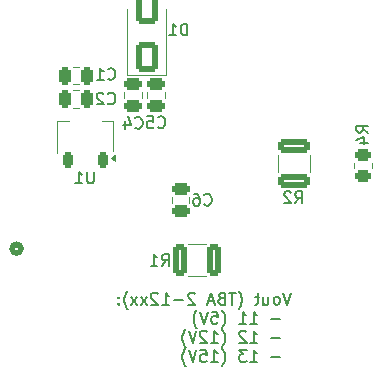
<source format=gbo>
G04 #@! TF.GenerationSoftware,KiCad,Pcbnew,8.0.7*
G04 #@! TF.CreationDate,2025-01-24T14:26:26+01:00*
G04 #@! TF.ProjectId,STM32F4_GateSignalGenerator_GateDriver,53544d33-3246-4345-9f47-617465536967,rev?*
G04 #@! TF.SameCoordinates,Original*
G04 #@! TF.FileFunction,Legend,Bot*
G04 #@! TF.FilePolarity,Positive*
%FSLAX46Y46*%
G04 Gerber Fmt 4.6, Leading zero omitted, Abs format (unit mm)*
G04 Created by KiCad (PCBNEW 8.0.7) date 2025-01-24 14:26:26*
%MOMM*%
%LPD*%
G01*
G04 APERTURE LIST*
G04 Aperture macros list*
%AMRoundRect*
0 Rectangle with rounded corners*
0 $1 Rounding radius*
0 $2 $3 $4 $5 $6 $7 $8 $9 X,Y pos of 4 corners*
0 Add a 4 corners polygon primitive as box body*
4,1,4,$2,$3,$4,$5,$6,$7,$8,$9,$2,$3,0*
0 Add four circle primitives for the rounded corners*
1,1,$1+$1,$2,$3*
1,1,$1+$1,$4,$5*
1,1,$1+$1,$6,$7*
1,1,$1+$1,$8,$9*
0 Add four rect primitives between the rounded corners*
20,1,$1+$1,$2,$3,$4,$5,0*
20,1,$1+$1,$4,$5,$6,$7,0*
20,1,$1+$1,$6,$7,$8,$9,0*
20,1,$1+$1,$8,$9,$2,$3,0*%
%AMFreePoly0*
4,1,9,3.862500,-0.866500,0.737500,-0.866500,0.737500,-0.450000,-0.737500,-0.450000,-0.737500,0.450000,0.737500,0.450000,0.737500,0.866500,3.862500,0.866500,3.862500,-0.866500,3.862500,-0.866500,$1*%
G04 Aperture macros list end*
%ADD10C,0.150000*%
%ADD11C,0.200000*%
%ADD12C,0.508000*%
%ADD13C,0.120000*%
%ADD14C,3.200000*%
%ADD15C,1.989000*%
%ADD16R,1.500000X1.500000*%
%ADD17C,1.500000*%
%ADD18C,1.524000*%
%ADD19R,2.100000X2.100000*%
%ADD20C,2.100000*%
%ADD21RoundRect,0.250000X1.075000X-0.312500X1.075000X0.312500X-1.075000X0.312500X-1.075000X-0.312500X0*%
%ADD22RoundRect,0.250000X-0.475000X0.250000X-0.475000X-0.250000X0.475000X-0.250000X0.475000X0.250000X0*%
%ADD23RoundRect,0.250000X-0.450000X0.262500X-0.450000X-0.262500X0.450000X-0.262500X0.450000X0.262500X0*%
%ADD24RoundRect,0.250000X0.475000X-0.250000X0.475000X0.250000X-0.475000X0.250000X-0.475000X-0.250000X0*%
%ADD25RoundRect,0.250000X0.650000X-1.000000X0.650000X1.000000X-0.650000X1.000000X-0.650000X-1.000000X0*%
%ADD26RoundRect,0.250000X-0.250000X-0.475000X0.250000X-0.475000X0.250000X0.475000X-0.250000X0.475000X0*%
%ADD27RoundRect,0.250000X0.312500X1.075000X-0.312500X1.075000X-0.312500X-1.075000X0.312500X-1.075000X0*%
%ADD28RoundRect,0.225000X0.225000X-0.425000X0.225000X0.425000X-0.225000X0.425000X-0.225000X-0.425000X0*%
%ADD29FreePoly0,90.000000*%
G04 APERTURE END LIST*
D10*
X144006077Y-120739987D02*
X143672744Y-121739987D01*
X143672744Y-121739987D02*
X143339411Y-120739987D01*
X142863220Y-121739987D02*
X142958458Y-121692368D01*
X142958458Y-121692368D02*
X143006077Y-121644748D01*
X143006077Y-121644748D02*
X143053696Y-121549510D01*
X143053696Y-121549510D02*
X143053696Y-121263796D01*
X143053696Y-121263796D02*
X143006077Y-121168558D01*
X143006077Y-121168558D02*
X142958458Y-121120939D01*
X142958458Y-121120939D02*
X142863220Y-121073320D01*
X142863220Y-121073320D02*
X142720363Y-121073320D01*
X142720363Y-121073320D02*
X142625125Y-121120939D01*
X142625125Y-121120939D02*
X142577506Y-121168558D01*
X142577506Y-121168558D02*
X142529887Y-121263796D01*
X142529887Y-121263796D02*
X142529887Y-121549510D01*
X142529887Y-121549510D02*
X142577506Y-121644748D01*
X142577506Y-121644748D02*
X142625125Y-121692368D01*
X142625125Y-121692368D02*
X142720363Y-121739987D01*
X142720363Y-121739987D02*
X142863220Y-121739987D01*
X141672744Y-121073320D02*
X141672744Y-121739987D01*
X142101315Y-121073320D02*
X142101315Y-121597129D01*
X142101315Y-121597129D02*
X142053696Y-121692368D01*
X142053696Y-121692368D02*
X141958458Y-121739987D01*
X141958458Y-121739987D02*
X141815601Y-121739987D01*
X141815601Y-121739987D02*
X141720363Y-121692368D01*
X141720363Y-121692368D02*
X141672744Y-121644748D01*
X141339410Y-121073320D02*
X140958458Y-121073320D01*
X141196553Y-120739987D02*
X141196553Y-121597129D01*
X141196553Y-121597129D02*
X141148934Y-121692368D01*
X141148934Y-121692368D02*
X141053696Y-121739987D01*
X141053696Y-121739987D02*
X140958458Y-121739987D01*
X139577505Y-122120939D02*
X139625124Y-122073320D01*
X139625124Y-122073320D02*
X139720362Y-121930463D01*
X139720362Y-121930463D02*
X139767981Y-121835225D01*
X139767981Y-121835225D02*
X139815600Y-121692368D01*
X139815600Y-121692368D02*
X139863219Y-121454272D01*
X139863219Y-121454272D02*
X139863219Y-121263796D01*
X139863219Y-121263796D02*
X139815600Y-121025701D01*
X139815600Y-121025701D02*
X139767981Y-120882844D01*
X139767981Y-120882844D02*
X139720362Y-120787606D01*
X139720362Y-120787606D02*
X139625124Y-120644748D01*
X139625124Y-120644748D02*
X139577505Y-120597129D01*
X139339409Y-120739987D02*
X138767981Y-120739987D01*
X139053695Y-121739987D02*
X139053695Y-120739987D01*
X138101314Y-121216177D02*
X137958457Y-121263796D01*
X137958457Y-121263796D02*
X137910838Y-121311415D01*
X137910838Y-121311415D02*
X137863219Y-121406653D01*
X137863219Y-121406653D02*
X137863219Y-121549510D01*
X137863219Y-121549510D02*
X137910838Y-121644748D01*
X137910838Y-121644748D02*
X137958457Y-121692368D01*
X137958457Y-121692368D02*
X138053695Y-121739987D01*
X138053695Y-121739987D02*
X138434647Y-121739987D01*
X138434647Y-121739987D02*
X138434647Y-120739987D01*
X138434647Y-120739987D02*
X138101314Y-120739987D01*
X138101314Y-120739987D02*
X138006076Y-120787606D01*
X138006076Y-120787606D02*
X137958457Y-120835225D01*
X137958457Y-120835225D02*
X137910838Y-120930463D01*
X137910838Y-120930463D02*
X137910838Y-121025701D01*
X137910838Y-121025701D02*
X137958457Y-121120939D01*
X137958457Y-121120939D02*
X138006076Y-121168558D01*
X138006076Y-121168558D02*
X138101314Y-121216177D01*
X138101314Y-121216177D02*
X138434647Y-121216177D01*
X137482266Y-121454272D02*
X137006076Y-121454272D01*
X137577504Y-121739987D02*
X137244171Y-120739987D01*
X137244171Y-120739987D02*
X136910838Y-121739987D01*
X135863218Y-120835225D02*
X135815599Y-120787606D01*
X135815599Y-120787606D02*
X135720361Y-120739987D01*
X135720361Y-120739987D02*
X135482266Y-120739987D01*
X135482266Y-120739987D02*
X135387028Y-120787606D01*
X135387028Y-120787606D02*
X135339409Y-120835225D01*
X135339409Y-120835225D02*
X135291790Y-120930463D01*
X135291790Y-120930463D02*
X135291790Y-121025701D01*
X135291790Y-121025701D02*
X135339409Y-121168558D01*
X135339409Y-121168558D02*
X135910837Y-121739987D01*
X135910837Y-121739987D02*
X135291790Y-121739987D01*
X134863218Y-121359034D02*
X134101314Y-121359034D01*
X133101314Y-121739987D02*
X133672742Y-121739987D01*
X133387028Y-121739987D02*
X133387028Y-120739987D01*
X133387028Y-120739987D02*
X133482266Y-120882844D01*
X133482266Y-120882844D02*
X133577504Y-120978082D01*
X133577504Y-120978082D02*
X133672742Y-121025701D01*
X132720361Y-120835225D02*
X132672742Y-120787606D01*
X132672742Y-120787606D02*
X132577504Y-120739987D01*
X132577504Y-120739987D02*
X132339409Y-120739987D01*
X132339409Y-120739987D02*
X132244171Y-120787606D01*
X132244171Y-120787606D02*
X132196552Y-120835225D01*
X132196552Y-120835225D02*
X132148933Y-120930463D01*
X132148933Y-120930463D02*
X132148933Y-121025701D01*
X132148933Y-121025701D02*
X132196552Y-121168558D01*
X132196552Y-121168558D02*
X132767980Y-121739987D01*
X132767980Y-121739987D02*
X132148933Y-121739987D01*
X131815599Y-121739987D02*
X131291790Y-121073320D01*
X131815599Y-121073320D02*
X131291790Y-121739987D01*
X131006075Y-121739987D02*
X130482266Y-121073320D01*
X131006075Y-121073320D02*
X130482266Y-121739987D01*
X130196551Y-122120939D02*
X130148932Y-122073320D01*
X130148932Y-122073320D02*
X130053694Y-121930463D01*
X130053694Y-121930463D02*
X130006075Y-121835225D01*
X130006075Y-121835225D02*
X129958456Y-121692368D01*
X129958456Y-121692368D02*
X129910837Y-121454272D01*
X129910837Y-121454272D02*
X129910837Y-121263796D01*
X129910837Y-121263796D02*
X129958456Y-121025701D01*
X129958456Y-121025701D02*
X130006075Y-120882844D01*
X130006075Y-120882844D02*
X130053694Y-120787606D01*
X130053694Y-120787606D02*
X130148932Y-120644748D01*
X130148932Y-120644748D02*
X130196551Y-120597129D01*
X129434646Y-121644748D02*
X129387027Y-121692368D01*
X129387027Y-121692368D02*
X129434646Y-121739987D01*
X129434646Y-121739987D02*
X129482265Y-121692368D01*
X129482265Y-121692368D02*
X129434646Y-121644748D01*
X129434646Y-121644748D02*
X129434646Y-121739987D01*
X129434646Y-121120939D02*
X129387027Y-121168558D01*
X129387027Y-121168558D02*
X129434646Y-121216177D01*
X129434646Y-121216177D02*
X129482265Y-121168558D01*
X129482265Y-121168558D02*
X129434646Y-121120939D01*
X129434646Y-121120939D02*
X129434646Y-121216177D01*
X143101315Y-122968978D02*
X142339411Y-122968978D01*
X140577506Y-123349931D02*
X141148934Y-123349931D01*
X140863220Y-123349931D02*
X140863220Y-122349931D01*
X140863220Y-122349931D02*
X140958458Y-122492788D01*
X140958458Y-122492788D02*
X141053696Y-122588026D01*
X141053696Y-122588026D02*
X141148934Y-122635645D01*
X139625125Y-123349931D02*
X140196553Y-123349931D01*
X139910839Y-123349931D02*
X139910839Y-122349931D01*
X139910839Y-122349931D02*
X140006077Y-122492788D01*
X140006077Y-122492788D02*
X140101315Y-122588026D01*
X140101315Y-122588026D02*
X140196553Y-122635645D01*
X138148934Y-123730883D02*
X138196553Y-123683264D01*
X138196553Y-123683264D02*
X138291791Y-123540407D01*
X138291791Y-123540407D02*
X138339410Y-123445169D01*
X138339410Y-123445169D02*
X138387029Y-123302312D01*
X138387029Y-123302312D02*
X138434648Y-123064216D01*
X138434648Y-123064216D02*
X138434648Y-122873740D01*
X138434648Y-122873740D02*
X138387029Y-122635645D01*
X138387029Y-122635645D02*
X138339410Y-122492788D01*
X138339410Y-122492788D02*
X138291791Y-122397550D01*
X138291791Y-122397550D02*
X138196553Y-122254692D01*
X138196553Y-122254692D02*
X138148934Y-122207073D01*
X137291791Y-122349931D02*
X137767981Y-122349931D01*
X137767981Y-122349931D02*
X137815600Y-122826121D01*
X137815600Y-122826121D02*
X137767981Y-122778502D01*
X137767981Y-122778502D02*
X137672743Y-122730883D01*
X137672743Y-122730883D02*
X137434648Y-122730883D01*
X137434648Y-122730883D02*
X137339410Y-122778502D01*
X137339410Y-122778502D02*
X137291791Y-122826121D01*
X137291791Y-122826121D02*
X137244172Y-122921359D01*
X137244172Y-122921359D02*
X137244172Y-123159454D01*
X137244172Y-123159454D02*
X137291791Y-123254692D01*
X137291791Y-123254692D02*
X137339410Y-123302312D01*
X137339410Y-123302312D02*
X137434648Y-123349931D01*
X137434648Y-123349931D02*
X137672743Y-123349931D01*
X137672743Y-123349931D02*
X137767981Y-123302312D01*
X137767981Y-123302312D02*
X137815600Y-123254692D01*
X136958457Y-122349931D02*
X136625124Y-123349931D01*
X136625124Y-123349931D02*
X136291791Y-122349931D01*
X136053695Y-123730883D02*
X136006076Y-123683264D01*
X136006076Y-123683264D02*
X135910838Y-123540407D01*
X135910838Y-123540407D02*
X135863219Y-123445169D01*
X135863219Y-123445169D02*
X135815600Y-123302312D01*
X135815600Y-123302312D02*
X135767981Y-123064216D01*
X135767981Y-123064216D02*
X135767981Y-122873740D01*
X135767981Y-122873740D02*
X135815600Y-122635645D01*
X135815600Y-122635645D02*
X135863219Y-122492788D01*
X135863219Y-122492788D02*
X135910838Y-122397550D01*
X135910838Y-122397550D02*
X136006076Y-122254692D01*
X136006076Y-122254692D02*
X136053695Y-122207073D01*
X143101315Y-124578922D02*
X142339411Y-124578922D01*
X140577506Y-124959875D02*
X141148934Y-124959875D01*
X140863220Y-124959875D02*
X140863220Y-123959875D01*
X140863220Y-123959875D02*
X140958458Y-124102732D01*
X140958458Y-124102732D02*
X141053696Y-124197970D01*
X141053696Y-124197970D02*
X141148934Y-124245589D01*
X140196553Y-124055113D02*
X140148934Y-124007494D01*
X140148934Y-124007494D02*
X140053696Y-123959875D01*
X140053696Y-123959875D02*
X139815601Y-123959875D01*
X139815601Y-123959875D02*
X139720363Y-124007494D01*
X139720363Y-124007494D02*
X139672744Y-124055113D01*
X139672744Y-124055113D02*
X139625125Y-124150351D01*
X139625125Y-124150351D02*
X139625125Y-124245589D01*
X139625125Y-124245589D02*
X139672744Y-124388446D01*
X139672744Y-124388446D02*
X140244172Y-124959875D01*
X140244172Y-124959875D02*
X139625125Y-124959875D01*
X138148934Y-125340827D02*
X138196553Y-125293208D01*
X138196553Y-125293208D02*
X138291791Y-125150351D01*
X138291791Y-125150351D02*
X138339410Y-125055113D01*
X138339410Y-125055113D02*
X138387029Y-124912256D01*
X138387029Y-124912256D02*
X138434648Y-124674160D01*
X138434648Y-124674160D02*
X138434648Y-124483684D01*
X138434648Y-124483684D02*
X138387029Y-124245589D01*
X138387029Y-124245589D02*
X138339410Y-124102732D01*
X138339410Y-124102732D02*
X138291791Y-124007494D01*
X138291791Y-124007494D02*
X138196553Y-123864636D01*
X138196553Y-123864636D02*
X138148934Y-123817017D01*
X137244172Y-124959875D02*
X137815600Y-124959875D01*
X137529886Y-124959875D02*
X137529886Y-123959875D01*
X137529886Y-123959875D02*
X137625124Y-124102732D01*
X137625124Y-124102732D02*
X137720362Y-124197970D01*
X137720362Y-124197970D02*
X137815600Y-124245589D01*
X136863219Y-124055113D02*
X136815600Y-124007494D01*
X136815600Y-124007494D02*
X136720362Y-123959875D01*
X136720362Y-123959875D02*
X136482267Y-123959875D01*
X136482267Y-123959875D02*
X136387029Y-124007494D01*
X136387029Y-124007494D02*
X136339410Y-124055113D01*
X136339410Y-124055113D02*
X136291791Y-124150351D01*
X136291791Y-124150351D02*
X136291791Y-124245589D01*
X136291791Y-124245589D02*
X136339410Y-124388446D01*
X136339410Y-124388446D02*
X136910838Y-124959875D01*
X136910838Y-124959875D02*
X136291791Y-124959875D01*
X136006076Y-123959875D02*
X135672743Y-124959875D01*
X135672743Y-124959875D02*
X135339410Y-123959875D01*
X135101314Y-125340827D02*
X135053695Y-125293208D01*
X135053695Y-125293208D02*
X134958457Y-125150351D01*
X134958457Y-125150351D02*
X134910838Y-125055113D01*
X134910838Y-125055113D02*
X134863219Y-124912256D01*
X134863219Y-124912256D02*
X134815600Y-124674160D01*
X134815600Y-124674160D02*
X134815600Y-124483684D01*
X134815600Y-124483684D02*
X134863219Y-124245589D01*
X134863219Y-124245589D02*
X134910838Y-124102732D01*
X134910838Y-124102732D02*
X134958457Y-124007494D01*
X134958457Y-124007494D02*
X135053695Y-123864636D01*
X135053695Y-123864636D02*
X135101314Y-123817017D01*
X143101315Y-126188866D02*
X142339411Y-126188866D01*
X140577506Y-126569819D02*
X141148934Y-126569819D01*
X140863220Y-126569819D02*
X140863220Y-125569819D01*
X140863220Y-125569819D02*
X140958458Y-125712676D01*
X140958458Y-125712676D02*
X141053696Y-125807914D01*
X141053696Y-125807914D02*
X141148934Y-125855533D01*
X140244172Y-125569819D02*
X139625125Y-125569819D01*
X139625125Y-125569819D02*
X139958458Y-125950771D01*
X139958458Y-125950771D02*
X139815601Y-125950771D01*
X139815601Y-125950771D02*
X139720363Y-125998390D01*
X139720363Y-125998390D02*
X139672744Y-126046009D01*
X139672744Y-126046009D02*
X139625125Y-126141247D01*
X139625125Y-126141247D02*
X139625125Y-126379342D01*
X139625125Y-126379342D02*
X139672744Y-126474580D01*
X139672744Y-126474580D02*
X139720363Y-126522200D01*
X139720363Y-126522200D02*
X139815601Y-126569819D01*
X139815601Y-126569819D02*
X140101315Y-126569819D01*
X140101315Y-126569819D02*
X140196553Y-126522200D01*
X140196553Y-126522200D02*
X140244172Y-126474580D01*
X138148934Y-126950771D02*
X138196553Y-126903152D01*
X138196553Y-126903152D02*
X138291791Y-126760295D01*
X138291791Y-126760295D02*
X138339410Y-126665057D01*
X138339410Y-126665057D02*
X138387029Y-126522200D01*
X138387029Y-126522200D02*
X138434648Y-126284104D01*
X138434648Y-126284104D02*
X138434648Y-126093628D01*
X138434648Y-126093628D02*
X138387029Y-125855533D01*
X138387029Y-125855533D02*
X138339410Y-125712676D01*
X138339410Y-125712676D02*
X138291791Y-125617438D01*
X138291791Y-125617438D02*
X138196553Y-125474580D01*
X138196553Y-125474580D02*
X138148934Y-125426961D01*
X137244172Y-126569819D02*
X137815600Y-126569819D01*
X137529886Y-126569819D02*
X137529886Y-125569819D01*
X137529886Y-125569819D02*
X137625124Y-125712676D01*
X137625124Y-125712676D02*
X137720362Y-125807914D01*
X137720362Y-125807914D02*
X137815600Y-125855533D01*
X136339410Y-125569819D02*
X136815600Y-125569819D01*
X136815600Y-125569819D02*
X136863219Y-126046009D01*
X136863219Y-126046009D02*
X136815600Y-125998390D01*
X136815600Y-125998390D02*
X136720362Y-125950771D01*
X136720362Y-125950771D02*
X136482267Y-125950771D01*
X136482267Y-125950771D02*
X136387029Y-125998390D01*
X136387029Y-125998390D02*
X136339410Y-126046009D01*
X136339410Y-126046009D02*
X136291791Y-126141247D01*
X136291791Y-126141247D02*
X136291791Y-126379342D01*
X136291791Y-126379342D02*
X136339410Y-126474580D01*
X136339410Y-126474580D02*
X136387029Y-126522200D01*
X136387029Y-126522200D02*
X136482267Y-126569819D01*
X136482267Y-126569819D02*
X136720362Y-126569819D01*
X136720362Y-126569819D02*
X136815600Y-126522200D01*
X136815600Y-126522200D02*
X136863219Y-126474580D01*
X136006076Y-125569819D02*
X135672743Y-126569819D01*
X135672743Y-126569819D02*
X135339410Y-125569819D01*
X135101314Y-126950771D02*
X135053695Y-126903152D01*
X135053695Y-126903152D02*
X134958457Y-126760295D01*
X134958457Y-126760295D02*
X134910838Y-126665057D01*
X134910838Y-126665057D02*
X134863219Y-126522200D01*
X134863219Y-126522200D02*
X134815600Y-126284104D01*
X134815600Y-126284104D02*
X134815600Y-126093628D01*
X134815600Y-126093628D02*
X134863219Y-125855533D01*
X134863219Y-125855533D02*
X134910838Y-125712676D01*
X134910838Y-125712676D02*
X134958457Y-125617438D01*
X134958457Y-125617438D02*
X135053695Y-125474580D01*
X135053695Y-125474580D02*
X135101314Y-125426961D01*
X144366666Y-113154819D02*
X144699999Y-112678628D01*
X144938094Y-113154819D02*
X144938094Y-112154819D01*
X144938094Y-112154819D02*
X144557142Y-112154819D01*
X144557142Y-112154819D02*
X144461904Y-112202438D01*
X144461904Y-112202438D02*
X144414285Y-112250057D01*
X144414285Y-112250057D02*
X144366666Y-112345295D01*
X144366666Y-112345295D02*
X144366666Y-112488152D01*
X144366666Y-112488152D02*
X144414285Y-112583390D01*
X144414285Y-112583390D02*
X144461904Y-112631009D01*
X144461904Y-112631009D02*
X144557142Y-112678628D01*
X144557142Y-112678628D02*
X144938094Y-112678628D01*
X143985713Y-112250057D02*
X143938094Y-112202438D01*
X143938094Y-112202438D02*
X143842856Y-112154819D01*
X143842856Y-112154819D02*
X143604761Y-112154819D01*
X143604761Y-112154819D02*
X143509523Y-112202438D01*
X143509523Y-112202438D02*
X143461904Y-112250057D01*
X143461904Y-112250057D02*
X143414285Y-112345295D01*
X143414285Y-112345295D02*
X143414285Y-112440533D01*
X143414285Y-112440533D02*
X143461904Y-112583390D01*
X143461904Y-112583390D02*
X144033332Y-113154819D01*
X144033332Y-113154819D02*
X143414285Y-113154819D01*
D11*
X130824466Y-106755580D02*
X130872085Y-106803200D01*
X130872085Y-106803200D02*
X131014942Y-106850819D01*
X131014942Y-106850819D02*
X131110180Y-106850819D01*
X131110180Y-106850819D02*
X131253037Y-106803200D01*
X131253037Y-106803200D02*
X131348275Y-106707961D01*
X131348275Y-106707961D02*
X131395894Y-106612723D01*
X131395894Y-106612723D02*
X131443513Y-106422247D01*
X131443513Y-106422247D02*
X131443513Y-106279390D01*
X131443513Y-106279390D02*
X131395894Y-106088914D01*
X131395894Y-106088914D02*
X131348275Y-105993676D01*
X131348275Y-105993676D02*
X131253037Y-105898438D01*
X131253037Y-105898438D02*
X131110180Y-105850819D01*
X131110180Y-105850819D02*
X131014942Y-105850819D01*
X131014942Y-105850819D02*
X130872085Y-105898438D01*
X130872085Y-105898438D02*
X130824466Y-105946057D01*
X129967323Y-106184152D02*
X129967323Y-106850819D01*
X130205418Y-105803200D02*
X130443513Y-106517485D01*
X130443513Y-106517485D02*
X129824466Y-106517485D01*
D10*
X150544819Y-107173333D02*
X150068628Y-106840000D01*
X150544819Y-106601905D02*
X149544819Y-106601905D01*
X149544819Y-106601905D02*
X149544819Y-106982857D01*
X149544819Y-106982857D02*
X149592438Y-107078095D01*
X149592438Y-107078095D02*
X149640057Y-107125714D01*
X149640057Y-107125714D02*
X149735295Y-107173333D01*
X149735295Y-107173333D02*
X149878152Y-107173333D01*
X149878152Y-107173333D02*
X149973390Y-107125714D01*
X149973390Y-107125714D02*
X150021009Y-107078095D01*
X150021009Y-107078095D02*
X150068628Y-106982857D01*
X150068628Y-106982857D02*
X150068628Y-106601905D01*
X149878152Y-108030476D02*
X150544819Y-108030476D01*
X149497200Y-107792381D02*
X150211485Y-107554286D01*
X150211485Y-107554286D02*
X150211485Y-108173333D01*
X136666666Y-113259580D02*
X136714285Y-113307200D01*
X136714285Y-113307200D02*
X136857142Y-113354819D01*
X136857142Y-113354819D02*
X136952380Y-113354819D01*
X136952380Y-113354819D02*
X137095237Y-113307200D01*
X137095237Y-113307200D02*
X137190475Y-113211961D01*
X137190475Y-113211961D02*
X137238094Y-113116723D01*
X137238094Y-113116723D02*
X137285713Y-112926247D01*
X137285713Y-112926247D02*
X137285713Y-112783390D01*
X137285713Y-112783390D02*
X137238094Y-112592914D01*
X137238094Y-112592914D02*
X137190475Y-112497676D01*
X137190475Y-112497676D02*
X137095237Y-112402438D01*
X137095237Y-112402438D02*
X136952380Y-112354819D01*
X136952380Y-112354819D02*
X136857142Y-112354819D01*
X136857142Y-112354819D02*
X136714285Y-112402438D01*
X136714285Y-112402438D02*
X136666666Y-112450057D01*
X135809523Y-112354819D02*
X135999999Y-112354819D01*
X135999999Y-112354819D02*
X136095237Y-112402438D01*
X136095237Y-112402438D02*
X136142856Y-112450057D01*
X136142856Y-112450057D02*
X136238094Y-112592914D01*
X136238094Y-112592914D02*
X136285713Y-112783390D01*
X136285713Y-112783390D02*
X136285713Y-113164342D01*
X136285713Y-113164342D02*
X136238094Y-113259580D01*
X136238094Y-113259580D02*
X136190475Y-113307200D01*
X136190475Y-113307200D02*
X136095237Y-113354819D01*
X136095237Y-113354819D02*
X135904761Y-113354819D01*
X135904761Y-113354819D02*
X135809523Y-113307200D01*
X135809523Y-113307200D02*
X135761904Y-113259580D01*
X135761904Y-113259580D02*
X135714285Y-113164342D01*
X135714285Y-113164342D02*
X135714285Y-112926247D01*
X135714285Y-112926247D02*
X135761904Y-112831009D01*
X135761904Y-112831009D02*
X135809523Y-112783390D01*
X135809523Y-112783390D02*
X135904761Y-112735771D01*
X135904761Y-112735771D02*
X136095237Y-112735771D01*
X136095237Y-112735771D02*
X136190475Y-112783390D01*
X136190475Y-112783390D02*
X136238094Y-112831009D01*
X136238094Y-112831009D02*
X136285713Y-112926247D01*
X135238094Y-98954819D02*
X135238094Y-97954819D01*
X135238094Y-97954819D02*
X134999999Y-97954819D01*
X134999999Y-97954819D02*
X134857142Y-98002438D01*
X134857142Y-98002438D02*
X134761904Y-98097676D01*
X134761904Y-98097676D02*
X134714285Y-98192914D01*
X134714285Y-98192914D02*
X134666666Y-98383390D01*
X134666666Y-98383390D02*
X134666666Y-98526247D01*
X134666666Y-98526247D02*
X134714285Y-98716723D01*
X134714285Y-98716723D02*
X134761904Y-98811961D01*
X134761904Y-98811961D02*
X134857142Y-98907200D01*
X134857142Y-98907200D02*
X134999999Y-98954819D01*
X134999999Y-98954819D02*
X135238094Y-98954819D01*
X133714285Y-98954819D02*
X134285713Y-98954819D01*
X133999999Y-98954819D02*
X133999999Y-97954819D01*
X133999999Y-97954819D02*
X134095237Y-98097676D01*
X134095237Y-98097676D02*
X134190475Y-98192914D01*
X134190475Y-98192914D02*
X134285713Y-98240533D01*
X128506666Y-104689580D02*
X128554285Y-104737200D01*
X128554285Y-104737200D02*
X128697142Y-104784819D01*
X128697142Y-104784819D02*
X128792380Y-104784819D01*
X128792380Y-104784819D02*
X128935237Y-104737200D01*
X128935237Y-104737200D02*
X129030475Y-104641961D01*
X129030475Y-104641961D02*
X129078094Y-104546723D01*
X129078094Y-104546723D02*
X129125713Y-104356247D01*
X129125713Y-104356247D02*
X129125713Y-104213390D01*
X129125713Y-104213390D02*
X129078094Y-104022914D01*
X129078094Y-104022914D02*
X129030475Y-103927676D01*
X129030475Y-103927676D02*
X128935237Y-103832438D01*
X128935237Y-103832438D02*
X128792380Y-103784819D01*
X128792380Y-103784819D02*
X128697142Y-103784819D01*
X128697142Y-103784819D02*
X128554285Y-103832438D01*
X128554285Y-103832438D02*
X128506666Y-103880057D01*
X128125713Y-103880057D02*
X128078094Y-103832438D01*
X128078094Y-103832438D02*
X127982856Y-103784819D01*
X127982856Y-103784819D02*
X127744761Y-103784819D01*
X127744761Y-103784819D02*
X127649523Y-103832438D01*
X127649523Y-103832438D02*
X127601904Y-103880057D01*
X127601904Y-103880057D02*
X127554285Y-103975295D01*
X127554285Y-103975295D02*
X127554285Y-104070533D01*
X127554285Y-104070533D02*
X127601904Y-104213390D01*
X127601904Y-104213390D02*
X128173332Y-104784819D01*
X128173332Y-104784819D02*
X127554285Y-104784819D01*
D11*
X132746666Y-106699180D02*
X132794285Y-106746800D01*
X132794285Y-106746800D02*
X132937142Y-106794419D01*
X132937142Y-106794419D02*
X133032380Y-106794419D01*
X133032380Y-106794419D02*
X133175237Y-106746800D01*
X133175237Y-106746800D02*
X133270475Y-106651561D01*
X133270475Y-106651561D02*
X133318094Y-106556323D01*
X133318094Y-106556323D02*
X133365713Y-106365847D01*
X133365713Y-106365847D02*
X133365713Y-106222990D01*
X133365713Y-106222990D02*
X133318094Y-106032514D01*
X133318094Y-106032514D02*
X133270475Y-105937276D01*
X133270475Y-105937276D02*
X133175237Y-105842038D01*
X133175237Y-105842038D02*
X133032380Y-105794419D01*
X133032380Y-105794419D02*
X132937142Y-105794419D01*
X132937142Y-105794419D02*
X132794285Y-105842038D01*
X132794285Y-105842038D02*
X132746666Y-105889657D01*
X131841904Y-105794419D02*
X132318094Y-105794419D01*
X132318094Y-105794419D02*
X132365713Y-106270609D01*
X132365713Y-106270609D02*
X132318094Y-106222990D01*
X132318094Y-106222990D02*
X132222856Y-106175371D01*
X132222856Y-106175371D02*
X131984761Y-106175371D01*
X131984761Y-106175371D02*
X131889523Y-106222990D01*
X131889523Y-106222990D02*
X131841904Y-106270609D01*
X131841904Y-106270609D02*
X131794285Y-106365847D01*
X131794285Y-106365847D02*
X131794285Y-106603942D01*
X131794285Y-106603942D02*
X131841904Y-106699180D01*
X131841904Y-106699180D02*
X131889523Y-106746800D01*
X131889523Y-106746800D02*
X131984761Y-106794419D01*
X131984761Y-106794419D02*
X132222856Y-106794419D01*
X132222856Y-106794419D02*
X132318094Y-106746800D01*
X132318094Y-106746800D02*
X132365713Y-106699180D01*
D10*
X128516666Y-102619580D02*
X128564285Y-102667200D01*
X128564285Y-102667200D02*
X128707142Y-102714819D01*
X128707142Y-102714819D02*
X128802380Y-102714819D01*
X128802380Y-102714819D02*
X128945237Y-102667200D01*
X128945237Y-102667200D02*
X129040475Y-102571961D01*
X129040475Y-102571961D02*
X129088094Y-102476723D01*
X129088094Y-102476723D02*
X129135713Y-102286247D01*
X129135713Y-102286247D02*
X129135713Y-102143390D01*
X129135713Y-102143390D02*
X129088094Y-101952914D01*
X129088094Y-101952914D02*
X129040475Y-101857676D01*
X129040475Y-101857676D02*
X128945237Y-101762438D01*
X128945237Y-101762438D02*
X128802380Y-101714819D01*
X128802380Y-101714819D02*
X128707142Y-101714819D01*
X128707142Y-101714819D02*
X128564285Y-101762438D01*
X128564285Y-101762438D02*
X128516666Y-101810057D01*
X127564285Y-102714819D02*
X128135713Y-102714819D01*
X127849999Y-102714819D02*
X127849999Y-101714819D01*
X127849999Y-101714819D02*
X127945237Y-101857676D01*
X127945237Y-101857676D02*
X128040475Y-101952914D01*
X128040475Y-101952914D02*
X128135713Y-102000533D01*
X133066666Y-118454819D02*
X133399999Y-117978628D01*
X133638094Y-118454819D02*
X133638094Y-117454819D01*
X133638094Y-117454819D02*
X133257142Y-117454819D01*
X133257142Y-117454819D02*
X133161904Y-117502438D01*
X133161904Y-117502438D02*
X133114285Y-117550057D01*
X133114285Y-117550057D02*
X133066666Y-117645295D01*
X133066666Y-117645295D02*
X133066666Y-117788152D01*
X133066666Y-117788152D02*
X133114285Y-117883390D01*
X133114285Y-117883390D02*
X133161904Y-117931009D01*
X133161904Y-117931009D02*
X133257142Y-117978628D01*
X133257142Y-117978628D02*
X133638094Y-117978628D01*
X132114285Y-118454819D02*
X132685713Y-118454819D01*
X132399999Y-118454819D02*
X132399999Y-117454819D01*
X132399999Y-117454819D02*
X132495237Y-117597676D01*
X132495237Y-117597676D02*
X132590475Y-117692914D01*
X132590475Y-117692914D02*
X132685713Y-117740533D01*
X127321904Y-110484819D02*
X127321904Y-111294342D01*
X127321904Y-111294342D02*
X127274285Y-111389580D01*
X127274285Y-111389580D02*
X127226666Y-111437200D01*
X127226666Y-111437200D02*
X127131428Y-111484819D01*
X127131428Y-111484819D02*
X126940952Y-111484819D01*
X126940952Y-111484819D02*
X126845714Y-111437200D01*
X126845714Y-111437200D02*
X126798095Y-111389580D01*
X126798095Y-111389580D02*
X126750476Y-111294342D01*
X126750476Y-111294342D02*
X126750476Y-110484819D01*
X125750476Y-111484819D02*
X126321904Y-111484819D01*
X126036190Y-111484819D02*
X126036190Y-110484819D01*
X126036190Y-110484819D02*
X126131428Y-110627676D01*
X126131428Y-110627676D02*
X126226666Y-110722914D01*
X126226666Y-110722914D02*
X126321904Y-110770533D01*
D12*
X121156000Y-117005000D02*
G75*
G02*
X120394000Y-117005000I-381000J0D01*
G01*
X120394000Y-117005000D02*
G75*
G02*
X121156000Y-117005000I381000J0D01*
G01*
D13*
X142875000Y-109046263D02*
X142875000Y-110493737D01*
X145585000Y-109046263D02*
X145585000Y-110493737D01*
X129892800Y-104249852D02*
X129892800Y-103727348D01*
X131362800Y-104249852D02*
X131362800Y-103727348D01*
X149355000Y-110197064D02*
X149355000Y-109742936D01*
X150825000Y-110197064D02*
X150825000Y-109742936D01*
X133925000Y-112638748D02*
X133925000Y-113161252D01*
X135395000Y-112638748D02*
X135395000Y-113161252D01*
X130150000Y-96750000D02*
X130150000Y-102260000D01*
X130150000Y-102260000D02*
X133450000Y-102260000D01*
X133450000Y-96750000D02*
X133450000Y-102260000D01*
X126051252Y-103585000D02*
X125528748Y-103585000D01*
X126051252Y-105055000D02*
X125528748Y-105055000D01*
X131845000Y-103718748D02*
X131845000Y-104241252D01*
X133315000Y-103718748D02*
X133315000Y-104241252D01*
X126061252Y-101625000D02*
X125538748Y-101625000D01*
X126061252Y-103095000D02*
X125538748Y-103095000D01*
X135326263Y-116645000D02*
X136773737Y-116645000D01*
X135326263Y-119355000D02*
X136773737Y-119355000D01*
X124232500Y-106190000D02*
X125212500Y-106190000D01*
X124232500Y-108910000D02*
X124232500Y-106190000D01*
X128952500Y-106190000D02*
X127972500Y-106190000D01*
X128952500Y-106190000D02*
X128952500Y-108770000D01*
X129132500Y-109560000D02*
X128802500Y-109320000D01*
X129132500Y-109080000D01*
X129132500Y-109560000D01*
G36*
X129132500Y-109560000D02*
G01*
X128802500Y-109320000D01*
X129132500Y-109080000D01*
X129132500Y-109560000D01*
G37*
%LPC*%
D14*
X148500000Y-123500000D03*
X148500000Y-96500000D03*
X121500000Y-96500000D03*
D15*
X127700000Y-99000000D03*
X127700000Y-94000000D03*
D16*
X134659700Y-103062500D03*
D17*
X134659700Y-105602500D03*
X134659700Y-110682500D03*
X134659700Y-115762500D03*
D15*
X142300000Y-99000000D03*
X142300000Y-94000000D03*
D18*
X120775000Y-113830000D03*
X120775000Y-111290000D03*
X120775000Y-108750000D03*
X120775000Y-106210000D03*
D19*
X147500000Y-113500000D03*
D20*
X147500000Y-110000000D03*
X147500000Y-106500000D03*
D14*
X121500000Y-123500000D03*
D21*
X144230000Y-111232500D03*
X144230000Y-108307500D03*
D22*
X130627800Y-103038600D03*
X130627800Y-104938600D03*
D23*
X150090000Y-109057500D03*
X150090000Y-110882500D03*
D24*
X134660000Y-113850000D03*
X134660000Y-111950000D03*
D25*
X131800000Y-100750000D03*
X131800000Y-96750000D03*
D26*
X124840000Y-104320000D03*
X126740000Y-104320000D03*
D24*
X132580000Y-104930000D03*
X132580000Y-103030000D03*
D26*
X124850000Y-102360000D03*
X126750000Y-102360000D03*
D27*
X137512500Y-118000000D03*
X134587500Y-118000000D03*
D28*
X128092500Y-109500000D03*
D29*
X126592500Y-109412500D03*
D28*
X125092500Y-109500000D03*
%LPD*%
M02*

</source>
